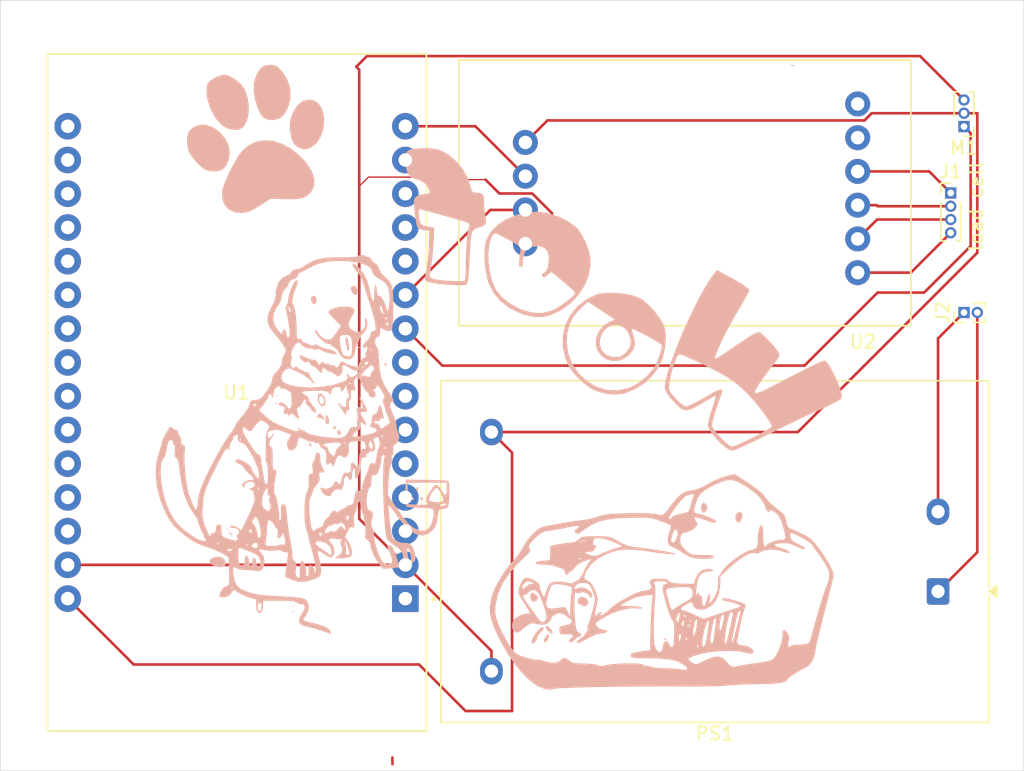
<source format=kicad_pcb>
(kicad_pcb (version 20241229) (generator "pcbnew") (generator_version "9.0")
  (layers (0 "F.Cu" signal) (2 "B.Cu" signal) (13 "F.Paste" user) (15 "B.Paste" user) (5 "F.SilkS" user "F.Silkscreen") (7 "B.SilkS" user "B.Silkscreen") (1 "F.Mask" user) (3 "B.Mask" user) (25 "Edge.Cuts" user))
  (net 0 "")
  (net 1 "GND")
  (net 2 "+5V")
  (net 3 "Net-(M1-PWM)")
  (net 12 "Net-(U1-D19)")
  (net 29 "Net-(U1-D23)")
  (net 30 "Net-(J1-Pin_2)")
  (net 33 "Net-(J1-Pin_3)")
  (net 34 "Net-(J1-Pin_4)")
  (net 35 "Net-(J1-Pin_1)")
  (net 36 "NEUT")
  (net 37 "LINE")
  (footprint "Connector_PinHeader_1.00mm:PinHeader_1x02_P1.00mm_Vertical" (layer "F.Cu") (at 172.5 60 90)
    (property "Reference" "J2" (at 0 -1.61 90) (layer "F.SilkS"))
    (property "Value" "240V")
    (pad "1" thru_hole rect (at 0 0 90) (size 0.85 0.85) (drill 0.5) (layers "*.Cu" "*.Mask") (net 36 "NEUT"))
    (pad "2" thru_hole circle (at 0 1 90) (size 0.85 0.85) (drill 0.5) (layers "*.Cu" "*.Mask") (net 37 "LINE"))
  )
  (footprint "Connector_PinHeader_1.00mm:PinHeader_1x03_P1.00mm_Vertical" (layer "F.Cu") (at 172.5 46 180)
    (property "Reference" "M1" (at 0 -1.61 0) (layer "F.SilkS"))
    (property "Value" "Servo")
    (pad "1" thru_hole rect (at 0 0 180) (size 0.85 0.85) (drill 0.5) (layers "*.Cu" "*.Mask") (net 3 "Net-(M1-PWM)"))
    (pad "2" thru_hole circle (at 0 1 180) (size 0.85 0.85) (drill 0.5) (layers "*.Cu" "*.Mask") (net 2 "+5V"))
    (pad "3" thru_hole circle (at 0 2 180) (size 0.85 0.85) (drill 0.5) (layers "*.Cu" "*.Mask") (net 1 "GND"))
  )
  (footprint "HX711_module:HX711_module" (layer "F.Cu") (at 151.5 51 180)
    (property "Reference" "U2" (at -13.4 -11.2 180) (layer "F.SilkS") (effects (font (size 1.000063 1.000063))))
    (property "Value" "HX711-Mod")
    (pad "" np_thru_hole circle (at 12 -7 180) (size 3 3) (drill 3) (layers "*.Cu" "*.Mask"))
    (pad "" np_thru_hole circle (at 12 7 180) (size 3 3) (drill 3) (layers "*.Cu" "*.Mask"))
    (pad "1" thru_hole circle (at -13 -6 180) (size 1.8796 1.8796) (drill 1.016) (layers "*.Cu" "*.Mask") (net 34 "Net-(J1-Pin_4)"))
    (pad "2" thru_hole circle (at -13 -3.46 180) (size 1.8796 1.8796) (drill 1.016) (layers "*.Cu" "*.Mask") (net 33 "Net-(J1-Pin_3)"))
    (pad "3" thru_hole circle (at -13 -0.92 180) (size 1.8796 1.8796) (drill 1.016) (layers "*.Cu" "*.Mask") (net 30 "Net-(J1-Pin_2)"))
    (pad "4" thru_hole circle (at -13 1.62 180) (size 1.8796 1.8796) (drill 1.016) (layers "*.Cu" "*.Mask") (net 35 "Net-(J1-Pin_1)"))
    (pad "5" thru_hole circle (at -13 4.16 180) (size 1.8796 1.8796) (drill 1.016) (layers "*.Cu" "*.Mask"))
    (pad "6" thru_hole circle (at -13 6.7 180) (size 1.8796 1.8796) (drill 1.016) (layers "*.Cu" "*.Mask"))
    (pad "7" thru_hole circle (at 12 3.8 180) (size 1.8796 1.8796) (drill 1.016) (layers "*.Cu" "*.Mask") (net 2 "+5V"))
    (pad "8" thru_hole circle (at 12 1.26 180) (size 1.8796 1.8796) (drill 1.016) (layers "*.Cu" "*.Mask") (net 29 "Net-(U1-D23)"))
    (pad "9" thru_hole circle (at 12 -1.28 180) (size 1.8796 1.8796) (drill 1.016) (layers "*.Cu" "*.Mask") (net 12 "Net-(U1-D19)"))
    (pad "10" thru_hole circle (at 12 -3.82 180) (size 1.8796 1.8796) (drill 1.016) (layers "*.Cu" "*.Mask") (net 1 "GND"))
  )
  (footprint "Converter_ACDC:Converter_ACDC_Hi-Link_HLK-5Mxx" (layer "F.Cu") (at 170.5475 81 180)
    (property "Reference" "PS1" (at 16.8 -10.7 0) (layer "F.SilkS"))
    (property "Value" "HLK-5M05")
    (pad "1" thru_hole roundrect (at 0 0 180) (size 1.7 2) (drill 1) (layers "*.Cu" "*.Mask") (roundrect_rratio 0.147059) (net 37 "LINE"))
    (pad "2" thru_hole oval (at 0 6 180) (size 1.7 2) (drill 1) (layers "*.Cu" "*.Mask") (net 36 "NEUT"))
    (pad "3" thru_hole oval (at 33.6 -6 180) (size 1.7 2) (drill 1) (layers "*.Cu" "*.Mask") (net 1 "GND"))
    (pad "4" thru_hole oval (at 33.6 12 180) (size 1.7 2) (drill 1) (layers "*.Cu" "*.Mask") (net 2 "+5V"))
  )
  (footprint "Connector_PinHeader_1.00mm:PinHeader_1x04_P1.00mm_Vertical" (layer "F.Cu") (at 171.5 51)
    (property "Reference" "J1" (at 0 -1.61 0) (layer "F.SilkS"))
    (property "Value" "Conn_01x04_MountingPin" (hide yes))
    (pad "1" thru_hole rect (at 0 0) (size 0.85 0.85) (drill 0.5) (layers "*.Cu" "*.Mask") (net 35 "Net-(J1-Pin_1)"))
    (pad "2" thru_hole circle (at 0 1) (size 0.85 0.85) (drill 0.5) (layers "*.Cu" "*.Mask") (net 30 "Net-(J1-Pin_2)"))
    (pad "3" thru_hole circle (at 0 2) (size 0.85 0.85) (drill 0.5) (layers "*.Cu" "*.Mask") (net 33 "Net-(J1-Pin_3)"))
    (pad "4" thru_hole circle (at 0 3) (size 0.85 0.85) (drill 0.5) (layers "*.Cu" "*.Mask") (net 34 "Net-(J1-Pin_4)"))
  )
  (footprint "ESP32-DEVKIT-V1:MODULE_ESP32_DEVKIT_V1" (layer "F.Cu") (at 117.77 66.025 180)
    (property "Reference" "U1" (at 0 0 0) (layer "F.SilkS"))
    (property "Value" "ESP32-DEVKIT-V1")
    (pad "" np_thru_hole circle (at -12.28 -23.475 180) (size 3 3) (drill 3) (layers "*.Cu" "*.Mask"))
    (pad "" np_thru_hole circle (at -12.28 23.475 180) (size 3 3) (drill 3) (layers "*.Cu" "*.Mask"))
    (pad "" np_thru_hole circle (at 12.23 -23.475 180) (size 3 3) (drill 3) (layers "*.Cu" "*.Mask"))
    (pad "" np_thru_hole circle (at 12.23 23.475 180) (size 3 3) (drill 3) (layers "*.Cu" "*.Mask"))
    (pad "1" thru_hole rect (at -12.7 -15.515 180) (size 2 2) (drill 1.02) (layers "*.Cu" "*.Mask"))
    (pad "2" thru_hole circle (at -12.7 -12.975 180) (size 2 2) (drill 1.02) (layers "*.Cu" "*.Mask") (net 1 "GND"))
    (pad "3" thru_hole circle (at -12.7 -10.435 180) (size 2 2) (drill 1.02) (layers "*.Cu" "*.Mask"))
    (pad "4" thru_hole circle (at -12.7 -7.895 180) (size 2 2) (drill 1.02) (layers "*.Cu" "*.Mask"))
    (pad "5" thru_hole circle (at -12.7 -5.355 180) (size 2 2) (drill 1.02) (layers "*.Cu" "*.Mask"))
    (pad "6" thru_hole circle (at -12.7 -2.815 180) (size 2 2) (drill 1.02) (layers "*.Cu" "*.Mask"))
    (pad "7" thru_hole circle (at -12.7 -0.275 180) (size 2 2) (drill 1.02) (layers "*.Cu" "*.Mask"))
    (pad "8" thru_hole circle (at -12.7 2.265 180) (size 2 2) (drill 1.02) (layers "*.Cu" "*.Mask"))
    (pad "9" thru_hole circle (at -12.7 4.805 180) (size 2 2) (drill 1.02) (layers "*.Cu" "*.Mask") (net 3 "Net-(M1-PWM)"))
    (pad "10" thru_hole circle (at -12.7 7.345 180) (size 2 2) (drill 1.02) (layers "*.Cu" "*.Mask") (net 12 "Net-(U1-D19)"))
    (pad "11" thru_hole circle (at -12.7 9.885 180) (size 2 2) (drill 1.02) (layers "*.Cu" "*.Mask"))
    (pad "12" thru_hole circle (at -12.7 12.425 180) (size 2 2) (drill 1.02) (layers "*.Cu" "*.Mask"))
    (pad "13" thru_hole circle (at -12.7 14.965 180) (size 2 2) (drill 1.02) (layers "*.Cu" "*.Mask"))
    (pad "14" thru_hole circle (at -12.7 17.505 180) (size 2 2) (drill 1.02) (layers "*.Cu" "*.Mask"))
    (pad "15" thru_hole circle (at -12.7 20.045 180) (size 2 2) (drill 1.02) (layers "*.Cu" "*.Mask") (net 29 "Net-(U1-D23)"))
    (pad "16" thru_hole circle (at 12.7 20.045 180) (size 2 2) (drill 1.02) (layers "*.Cu" "*.Mask"))
    (pad "17" thru_hole circle (at 12.7 17.505 180) (size 2 2) (drill 1.02) (layers "*.Cu" "*.Mask"))
    (pad "18" thru_hole circle (at 12.7 14.965 180) (size 2 2) (drill 1.02) (layers "*.Cu" "*.Mask"))
    (pad "19" thru_hole circle (at 12.7 12.425 180) (size 2 2) (drill 1.02) (layers "*.Cu" "*.Mask"))
    (pad "20" thru_hole circle (at 12.7 9.885 180) (size 2 2) (drill 1.02) (layers "*.Cu" "*.Mask"))
    (pad "21" thru_hole circle (at 12.7 7.345 180) (size 2 2) (drill 1.02) (layers "*.Cu" "*.Mask"))
    (pad "22" thru_hole circle (at 12.7 4.805 180) (size 2 2) (drill 1.02) (layers "*.Cu" "*.Mask"))
    (pad "23" thru_hole circle (at 12.7 2.265 180) (size 2 2) (drill 1.02) (layers "*.Cu" "*.Mask"))
    (pad "24" thru_hole circle (at 12.7 -0.275 180) (size 2 2) (drill 1.02) (layers "*.Cu" "*.Mask"))
    (pad "25" thru_hole circle (at 12.7 -2.815 180) (size 2 2) (drill 1.02) (layers "*.Cu" "*.Mask"))
    (pad "26" thru_hole circle (at 12.7 -5.355 180) (size 2 2) (drill 1.02) (layers "*.Cu" "*.Mask"))
    (pad "27" thru_hole circle (at 12.7 -7.895 180) (size 2 2) (drill 1.02) (layers "*.Cu" "*.Mask"))
    (pad "28" thru_hole circle (at 12.7 -10.435 180) (size 2 2) (drill 1.02) (layers "*.Cu" "*.Mask"))
    (pad "30" thru_hole circle (at 12.7 -15.515 180) (size 2 2) (drill 1.02) (layers "*.Cu" "*.Mask") (net 2 "+5V"))
    (pad "x" thru_hole circle (at 12.7 -12.975 180) (size 2 2) (drill 1.02) (layers "*.Cu" "*.Mask"))
  )
  (footprint "LOGO" (layer "B.Cu") (at 136.5 65.5 180)
    (property "Reference" "G***" (hide yes))
    (property "Value" "LOGO" (hide yes))
  )
  (gr_rect (start 100 36.5) (end 177 94.5) (stroke (width 0.05)) (fill no) (layer "Edge.Cuts"))
  (gr_text "load cell" (at 174 55.5 90) (layer "F.SilkS") (effects (font (size 1 1)) (justify left bottom)))
  (segment (start 129.5 94) (end 129.5 93.5) (width 0.2) (layer "F.Cu") (net 0))
  (segment (start 137.5392 51.0392) (end 140.013957 51.0392) (width 0.2) (layer "F.Cu") (net 1))
  (segment (start 132 50) (end 131.809 49.809) (width 0.1) (layer "F.Cu") (net 1))
  (segment (start 172.5 44) (end 169.199 40.699) (width 0.2) (layer "F.Cu") (net 1))
  (segment (start 140.82 53.5) (end 141.5 53.5) (width 0.2) (layer "F.Cu") (net 1))
  (segment (start 127 75.53) (end 127 61.5) (width 0.2) (layer "F.Cu") (net 1))
  (segment (start 105.07 79) (end 130.47 79) (width 0.2) (layer "F.Cu") (net 1))
  (segment (start 131.809 49.809) (end 127.691 49.809) (width 0.1) (layer "F.Cu") (net 1))
  (segment (start 130.47 79) (end 136.9475 85.4775) (width 0.2) (layer "F.Cu") (net 1))
  (segment (start 127.691 49.809) (end 127 50.5) (width 0.1) (layer "F.Cu") (net 1))
  (segment (start 140.013957 51.0392) (end 141.5 52.525243) (width 0.2) (layer "F.Cu") (net 1))
  (segment (start 127 50.5) (end 127 61.5) (width 0.2) (layer "F.Cu") (net 1))
  (segment (start 136.9475 85.4775) (end 136.9475 87) (width 0.2) (layer "F.Cu") (net 1))
  (segment (start 136.5 50) (end 132 50) (width 0.1) (layer "F.Cu") (net 1))
  (segment (start 126.781 41.5) (end 127 41.719) (width 0.2) (layer "F.Cu") (net 1))
  (segment (start 141.5 52.525243) (end 141.5 53.5) (width 0.2) (layer "F.Cu") (net 1))
  (segment (start 169.199 40.699) (end 127.582 40.699) (width 0.2) (layer "F.Cu") (net 1))
  (segment (start 137.5392 51.0392) (end 136.5 50) (width 0.2) (layer "F.Cu") (net 1))
  (segment (start 130.47 79) (end 127 75.53) (width 0.2) (layer "F.Cu") (net 1))
  (segment (start 139.5 54.82) (end 140.82 53.5) (width 0.2) (layer "F.Cu") (net 1))
  (segment (start 127 41.719) (end 127 44.5) (width 0.2) (layer "F.Cu") (net 1))
  (segment (start 127 44.5) (end 127 50.5) (width 0.2) (layer "F.Cu") (net 1))
  (segment (start 127.582 40.699) (end 126.781 41.5) (width 0.2) (layer "F.Cu") (net 1))
  (segment (start 135 90) (end 138.5 90) (width 0.2) (layer "F.Cu") (net 2))
  (segment (start 138.5 70.5525) (end 136.9475 69) (width 0.2) (layer "F.Cu") (net 2))
  (segment (start 138.5 90) (end 138.5 70.5525) (width 0.2) (layer "F.Cu") (net 2))
  (segment (start 160 69) (end 173.5 55.5) (width 0.2) (layer "F.Cu") (net 2))
  (segment (start 141.1592 45.5408) (end 139.5 47.2) (width 0.2) (layer "F.Cu") (net 2))
  (segment (start 165.554757 45) (end 165.013957 45.5408) (width 0.2) (layer "F.Cu") (net 2))
  (segment (start 165.013957 45.5408) (end 141.1592 45.5408) (width 0.2) (layer "F.Cu") (net 2))
  (segment (start 173.5 55.5) (end 173.5 45) (width 0.2) (layer "F.Cu") (net 2))
  (segment (start 105.07 81.54) (end 110.03 86.5) (width 0.2) (layer "F.Cu") (net 2))
  (segment (start 173.5 45) (end 172.5 45) (width 0.2) (layer "F.Cu") (net 2))
  (segment (start 172.5 45) (end 165.554757 45) (width 0.2) (layer "F.Cu") (net 2))
  (segment (start 136.9475 69) (end 160 69) (width 0.2) (layer "F.Cu") (net 2))
  (segment (start 131.5 86.5) (end 135 90) (width 0.2) (layer "F.Cu") (net 2))
  (segment (start 110.03 86.5) (end 131.5 86.5) (width 0.2) (layer "F.Cu") (net 2))
  (segment (start 166 58.5) (end 169.5 58.5) (width 0.2) (layer "F.Cu") (net 3))
  (segment (start 169.5 58.5) (end 173 55) (width 0.2) (layer "F.Cu") (net 3))
  (segment (start 130.47 61.22) (end 133.25 64) (width 0.2) (layer "F.Cu") (net 3))
  (segment (start 173 55) (end 173 46.5) (width 0.2) (layer "F.Cu") (net 3))
  (segment (start 160.5 64) (end 166 58.5) (width 0.2) (layer "F.Cu") (net 3))
  (segment (start 173 46.5) (end 172.5 46) (width 0.2) (layer "F.Cu") (net 3))
  (segment (start 133.25 64) (end 160.5 64) (width 0.2) (layer "F.Cu") (net 3))
  (segment (start 130.47 58.68) (end 136.87 52.28) (width 0.2) (layer "F.Cu") (net 12))
  (segment (start 136.87 52.28) (end 139.5 52.28) (width 0.2) (layer "F.Cu") (net 12))
  (segment (start 135.74 45.98) (end 130.47 45.98) (width 0.2) (layer "F.Cu") (net 29))
  (segment (start 139.5 49.74) (end 135.74 45.98) (width 0.2) (layer "F.Cu") (net 29))
  (segment (start 166 52) (end 171.5 52) (width 0.2) (layer "F.Cu") (net 30))
  (segment (start 165.92 51.92) (end 166 52) (width 0.2) (layer "F.Cu") (net 30))
  (segment (start 164.5 51.92) (end 165.92 51.92) (width 0.2) (layer "F.Cu") (net 30))
  (segment (start 164.5 54.46) (end 165.96 53) (width 0.2) (layer "F.Cu") (net 33))
  (segment (start 165.96 53) (end 171.5 53) (width 0.2) (layer "F.Cu") (net 33))
  (segment (start 164.5 57) (end 168.5 57) (width 0.2) (layer "F.Cu") (net 34))
  (segment (start 168.5 57) (end 171.5 54) (width 0.2) (layer "F.Cu") (net 34))
  (segment (start 169.88 49.38) (end 171.5 51) (width 0.2) (layer "F.Cu") (net 35))
  (segment (start 164.5 49.38) (end 169.88 49.38) (width 0.2) (layer "F.Cu") (net 35))
  (segment (start 170.5475 75) (end 170.5475 61.9525) (width 0.2) (layer "F.Cu") (net 36))
  (segment (start 170.5475 61.9525) (end 172.5 60) (width 0.2) (layer "F.Cu") (net 36))
  (segment (start 173.5 60) (end 173.5 78.0475) (width 0.2) (layer "F.Cu") (net 37))
  (segment (start 173.5 78.0475) (end 170.5475 81) (width 0.2) (layer "F.Cu") (net 37))
)
</source>
